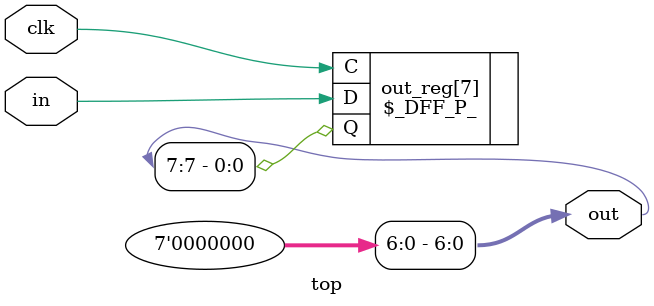
<source format=v>
/* Generated by Yosys 0.55+46 (git sha1 aa1daa702, g++ 11.4.0-1ubuntu1~22.04 -fPIC -O3) */

(* top =  1  *)
(* src = "dut.sv:1.1-17.10" *)
module top(out, clk, in);
  (* src = "dut.sv:1.17-1.20" *)
  input clk;
  wire clk;
  (* src = "dut.sv:1.22-1.24" *)
  input in;
  wire in;
  (* init = 8'b0xxxxxxx *)
  (* src = "dut.sv:1.12-1.15" *)
  output [7:0] out;
  wire [7:0] out;
  (* \always_ff  = 32'd1 *)
  (* src = "dut.sv:12.5-16.5" *)
  \$_DFF_P_  \out_reg[7]  /* _0_ */ (
    .C(clk),
    .D(in),
    .Q(out[7])
  );
  assign out[6:0] = 7'h00;
endmodule

</source>
